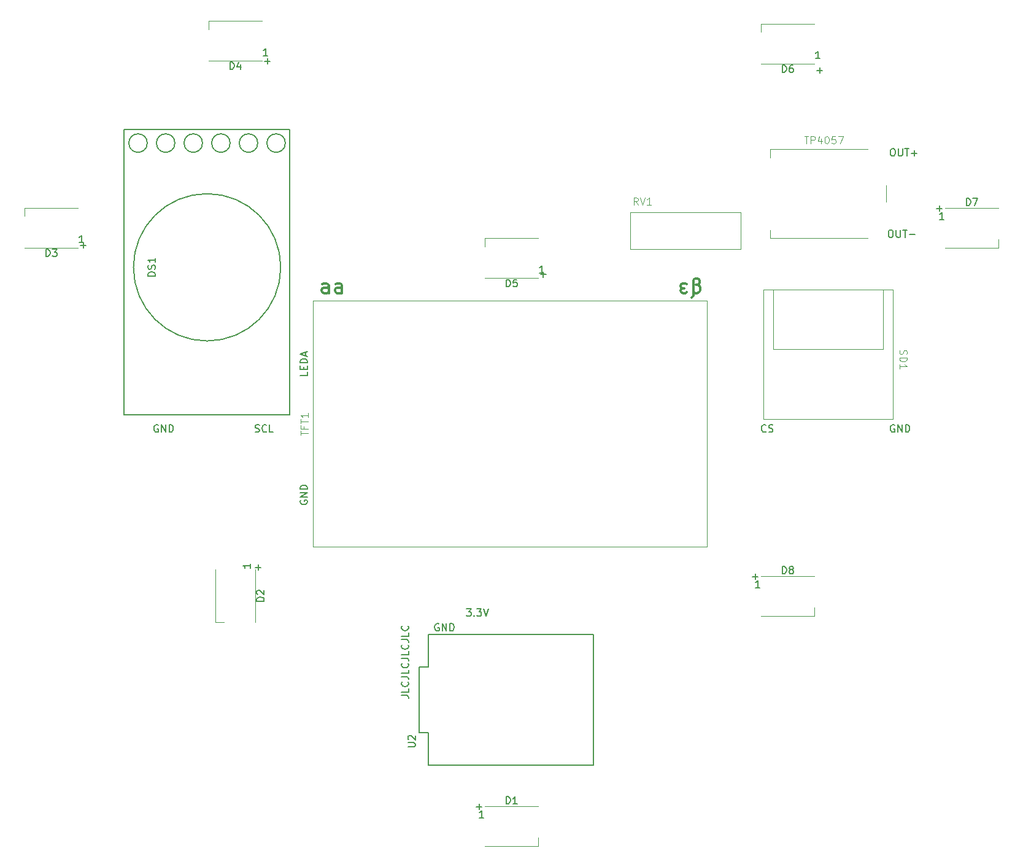
<source format=gbr>
%TF.GenerationSoftware,KiCad,Pcbnew,8.0.3*%
%TF.CreationDate,2024-07-21T14:24:04+02:00*%
%TF.ProjectId,eirini,65697269-6e69-42e6-9b69-6361645f7063,1.0*%
%TF.SameCoordinates,Original*%
%TF.FileFunction,Legend,Top*%
%TF.FilePolarity,Positive*%
%FSLAX46Y46*%
G04 Gerber Fmt 4.6, Leading zero omitted, Abs format (unit mm)*
G04 Created by KiCad (PCBNEW 8.0.3) date 2024-07-21 14:24:04*
%MOMM*%
%LPD*%
G01*
G04 APERTURE LIST*
%ADD10C,0.300000*%
%ADD11C,0.150000*%
%ADD12C,0.100000*%
%ADD13C,0.120000*%
%ADD14C,0.127000*%
%ADD15C,1.230000*%
%ADD16R,0.900000X1.500000*%
%ADD17R,1.500000X0.900000*%
%ADD18C,1.524000*%
%ADD19C,2.109000*%
%ADD20C,1.325926*%
%ADD21C,1.800000*%
G04 APERTURE END LIST*
D10*
X110084034Y-57492971D02*
X109893558Y-57588209D01*
X109893558Y-57588209D02*
X109798320Y-57778685D01*
X109798320Y-57778685D02*
X109798320Y-57873923D01*
X109798320Y-57873923D02*
X109893558Y-58064400D01*
X109893558Y-58064400D02*
X110084034Y-58159638D01*
X110084034Y-58159638D02*
X110464987Y-58159638D01*
X110464987Y-58159638D02*
X110655463Y-58064400D01*
X110274510Y-57492971D02*
X110084034Y-57492971D01*
X110084034Y-57492971D02*
X109893558Y-57397733D01*
X109893558Y-57397733D02*
X109798320Y-57207257D01*
X109798320Y-57207257D02*
X109798320Y-57112019D01*
X109798320Y-57112019D02*
X109893558Y-56921542D01*
X109893558Y-56921542D02*
X110084034Y-56826304D01*
X110084034Y-56826304D02*
X110464987Y-56826304D01*
X110464987Y-56826304D02*
X110655463Y-56921542D01*
X112084035Y-57016780D02*
X112274511Y-57112019D01*
X112274511Y-57112019D02*
X112369749Y-57207257D01*
X112369749Y-57207257D02*
X112464987Y-57397733D01*
X112464987Y-57397733D02*
X112464987Y-57778685D01*
X112464987Y-57778685D02*
X112369749Y-57969161D01*
X112369749Y-57969161D02*
X112274511Y-58064400D01*
X112274511Y-58064400D02*
X112084035Y-58159638D01*
X112084035Y-58159638D02*
X111798320Y-58159638D01*
X111798320Y-58159638D02*
X111607844Y-58064400D01*
X111607844Y-58064400D02*
X111512606Y-57969161D01*
X111322130Y-58826304D02*
X111417368Y-58731066D01*
X111417368Y-58731066D02*
X111512606Y-58540590D01*
X111512606Y-58540590D02*
X111512606Y-56445352D01*
X111512606Y-56445352D02*
X111607844Y-56254876D01*
X111607844Y-56254876D02*
X111798320Y-56159638D01*
X111798320Y-56159638D02*
X112084035Y-56159638D01*
X112084035Y-56159638D02*
X112274511Y-56254876D01*
X112274511Y-56254876D02*
X112369749Y-56445352D01*
X112369749Y-56445352D02*
X112369749Y-56731066D01*
X112369749Y-56731066D02*
X112274511Y-56921542D01*
X112274511Y-56921542D02*
X112084035Y-57016780D01*
X112084035Y-57016780D02*
X111893558Y-57016780D01*
D11*
X71259819Y-113677506D02*
X71974104Y-113677506D01*
X71974104Y-113677506D02*
X72116961Y-113725125D01*
X72116961Y-113725125D02*
X72212200Y-113820363D01*
X72212200Y-113820363D02*
X72259819Y-113963220D01*
X72259819Y-113963220D02*
X72259819Y-114058458D01*
X72259819Y-112725125D02*
X72259819Y-113201315D01*
X72259819Y-113201315D02*
X71259819Y-113201315D01*
X72164580Y-111820363D02*
X72212200Y-111867982D01*
X72212200Y-111867982D02*
X72259819Y-112010839D01*
X72259819Y-112010839D02*
X72259819Y-112106077D01*
X72259819Y-112106077D02*
X72212200Y-112248934D01*
X72212200Y-112248934D02*
X72116961Y-112344172D01*
X72116961Y-112344172D02*
X72021723Y-112391791D01*
X72021723Y-112391791D02*
X71831247Y-112439410D01*
X71831247Y-112439410D02*
X71688390Y-112439410D01*
X71688390Y-112439410D02*
X71497914Y-112391791D01*
X71497914Y-112391791D02*
X71402676Y-112344172D01*
X71402676Y-112344172D02*
X71307438Y-112248934D01*
X71307438Y-112248934D02*
X71259819Y-112106077D01*
X71259819Y-112106077D02*
X71259819Y-112010839D01*
X71259819Y-112010839D02*
X71307438Y-111867982D01*
X71307438Y-111867982D02*
X71355057Y-111820363D01*
X71259819Y-111106077D02*
X71974104Y-111106077D01*
X71974104Y-111106077D02*
X72116961Y-111153696D01*
X72116961Y-111153696D02*
X72212200Y-111248934D01*
X72212200Y-111248934D02*
X72259819Y-111391791D01*
X72259819Y-111391791D02*
X72259819Y-111487029D01*
X72259819Y-110153696D02*
X72259819Y-110629886D01*
X72259819Y-110629886D02*
X71259819Y-110629886D01*
X72164580Y-109248934D02*
X72212200Y-109296553D01*
X72212200Y-109296553D02*
X72259819Y-109439410D01*
X72259819Y-109439410D02*
X72259819Y-109534648D01*
X72259819Y-109534648D02*
X72212200Y-109677505D01*
X72212200Y-109677505D02*
X72116961Y-109772743D01*
X72116961Y-109772743D02*
X72021723Y-109820362D01*
X72021723Y-109820362D02*
X71831247Y-109867981D01*
X71831247Y-109867981D02*
X71688390Y-109867981D01*
X71688390Y-109867981D02*
X71497914Y-109820362D01*
X71497914Y-109820362D02*
X71402676Y-109772743D01*
X71402676Y-109772743D02*
X71307438Y-109677505D01*
X71307438Y-109677505D02*
X71259819Y-109534648D01*
X71259819Y-109534648D02*
X71259819Y-109439410D01*
X71259819Y-109439410D02*
X71307438Y-109296553D01*
X71307438Y-109296553D02*
X71355057Y-109248934D01*
X71259819Y-108534648D02*
X71974104Y-108534648D01*
X71974104Y-108534648D02*
X72116961Y-108582267D01*
X72116961Y-108582267D02*
X72212200Y-108677505D01*
X72212200Y-108677505D02*
X72259819Y-108820362D01*
X72259819Y-108820362D02*
X72259819Y-108915600D01*
X72259819Y-107582267D02*
X72259819Y-108058457D01*
X72259819Y-108058457D02*
X71259819Y-108058457D01*
X72164580Y-106677505D02*
X72212200Y-106725124D01*
X72212200Y-106725124D02*
X72259819Y-106867981D01*
X72259819Y-106867981D02*
X72259819Y-106963219D01*
X72259819Y-106963219D02*
X72212200Y-107106076D01*
X72212200Y-107106076D02*
X72116961Y-107201314D01*
X72116961Y-107201314D02*
X72021723Y-107248933D01*
X72021723Y-107248933D02*
X71831247Y-107296552D01*
X71831247Y-107296552D02*
X71688390Y-107296552D01*
X71688390Y-107296552D02*
X71497914Y-107248933D01*
X71497914Y-107248933D02*
X71402676Y-107201314D01*
X71402676Y-107201314D02*
X71307438Y-107106076D01*
X71307438Y-107106076D02*
X71259819Y-106963219D01*
X71259819Y-106963219D02*
X71259819Y-106867981D01*
X71259819Y-106867981D02*
X71307438Y-106725124D01*
X71307438Y-106725124D02*
X71355057Y-106677505D01*
X71259819Y-105963219D02*
X71974104Y-105963219D01*
X71974104Y-105963219D02*
X72116961Y-106010838D01*
X72116961Y-106010838D02*
X72212200Y-106106076D01*
X72212200Y-106106076D02*
X72259819Y-106248933D01*
X72259819Y-106248933D02*
X72259819Y-106344171D01*
X72259819Y-105010838D02*
X72259819Y-105487028D01*
X72259819Y-105487028D02*
X71259819Y-105487028D01*
X72164580Y-104106076D02*
X72212200Y-104153695D01*
X72212200Y-104153695D02*
X72259819Y-104296552D01*
X72259819Y-104296552D02*
X72259819Y-104391790D01*
X72259819Y-104391790D02*
X72212200Y-104534647D01*
X72212200Y-104534647D02*
X72116961Y-104629885D01*
X72116961Y-104629885D02*
X72021723Y-104677504D01*
X72021723Y-104677504D02*
X71831247Y-104725123D01*
X71831247Y-104725123D02*
X71688390Y-104725123D01*
X71688390Y-104725123D02*
X71497914Y-104677504D01*
X71497914Y-104677504D02*
X71402676Y-104629885D01*
X71402676Y-104629885D02*
X71307438Y-104534647D01*
X71307438Y-104534647D02*
X71259819Y-104391790D01*
X71259819Y-104391790D02*
X71259819Y-104296552D01*
X71259819Y-104296552D02*
X71307438Y-104153695D01*
X71307438Y-104153695D02*
X71355057Y-104106076D01*
X90436779Y-55578866D02*
X91198684Y-55578866D01*
X90817731Y-55959819D02*
X90817731Y-55197914D01*
X51136779Y-96008866D02*
X51898684Y-96008866D01*
X51517731Y-96389819D02*
X51517731Y-95627914D01*
X128606779Y-27428866D02*
X129368684Y-27428866D01*
X128987731Y-27809819D02*
X128987731Y-27047914D01*
X138957255Y-38239819D02*
X139147731Y-38239819D01*
X139147731Y-38239819D02*
X139242969Y-38287438D01*
X139242969Y-38287438D02*
X139338207Y-38382676D01*
X139338207Y-38382676D02*
X139385826Y-38573152D01*
X139385826Y-38573152D02*
X139385826Y-38906485D01*
X139385826Y-38906485D02*
X139338207Y-39096961D01*
X139338207Y-39096961D02*
X139242969Y-39192200D01*
X139242969Y-39192200D02*
X139147731Y-39239819D01*
X139147731Y-39239819D02*
X138957255Y-39239819D01*
X138957255Y-39239819D02*
X138862017Y-39192200D01*
X138862017Y-39192200D02*
X138766779Y-39096961D01*
X138766779Y-39096961D02*
X138719160Y-38906485D01*
X138719160Y-38906485D02*
X138719160Y-38573152D01*
X138719160Y-38573152D02*
X138766779Y-38382676D01*
X138766779Y-38382676D02*
X138862017Y-38287438D01*
X138862017Y-38287438D02*
X138957255Y-38239819D01*
X139814398Y-38239819D02*
X139814398Y-39049342D01*
X139814398Y-39049342D02*
X139862017Y-39144580D01*
X139862017Y-39144580D02*
X139909636Y-39192200D01*
X139909636Y-39192200D02*
X140004874Y-39239819D01*
X140004874Y-39239819D02*
X140195350Y-39239819D01*
X140195350Y-39239819D02*
X140290588Y-39192200D01*
X140290588Y-39192200D02*
X140338207Y-39144580D01*
X140338207Y-39144580D02*
X140385826Y-39049342D01*
X140385826Y-39049342D02*
X140385826Y-38239819D01*
X140719160Y-38239819D02*
X141290588Y-38239819D01*
X141004874Y-39239819D02*
X141004874Y-38239819D01*
X141623922Y-38858866D02*
X142385827Y-38858866D01*
X142004874Y-39239819D02*
X142004874Y-38477914D01*
X27006779Y-51558866D02*
X27768684Y-51558866D01*
X27387731Y-51939819D02*
X27387731Y-51177914D01*
X76425588Y-103819438D02*
X76330350Y-103771819D01*
X76330350Y-103771819D02*
X76187493Y-103771819D01*
X76187493Y-103771819D02*
X76044636Y-103819438D01*
X76044636Y-103819438D02*
X75949398Y-103914676D01*
X75949398Y-103914676D02*
X75901779Y-104009914D01*
X75901779Y-104009914D02*
X75854160Y-104200390D01*
X75854160Y-104200390D02*
X75854160Y-104343247D01*
X75854160Y-104343247D02*
X75901779Y-104533723D01*
X75901779Y-104533723D02*
X75949398Y-104628961D01*
X75949398Y-104628961D02*
X76044636Y-104724200D01*
X76044636Y-104724200D02*
X76187493Y-104771819D01*
X76187493Y-104771819D02*
X76282731Y-104771819D01*
X76282731Y-104771819D02*
X76425588Y-104724200D01*
X76425588Y-104724200D02*
X76473207Y-104676580D01*
X76473207Y-104676580D02*
X76473207Y-104343247D01*
X76473207Y-104343247D02*
X76282731Y-104343247D01*
X76901779Y-104771819D02*
X76901779Y-103771819D01*
X76901779Y-103771819D02*
X77473207Y-104771819D01*
X77473207Y-104771819D02*
X77473207Y-103771819D01*
X77949398Y-104771819D02*
X77949398Y-103771819D01*
X77949398Y-103771819D02*
X78187493Y-103771819D01*
X78187493Y-103771819D02*
X78330350Y-103819438D01*
X78330350Y-103819438D02*
X78425588Y-103914676D01*
X78425588Y-103914676D02*
X78473207Y-104009914D01*
X78473207Y-104009914D02*
X78520826Y-104200390D01*
X78520826Y-104200390D02*
X78520826Y-104343247D01*
X78520826Y-104343247D02*
X78473207Y-104533723D01*
X78473207Y-104533723D02*
X78425588Y-104628961D01*
X78425588Y-104628961D02*
X78330350Y-104724200D01*
X78330350Y-104724200D02*
X78187493Y-104771819D01*
X78187493Y-104771819D02*
X77949398Y-104771819D01*
X139290588Y-76387438D02*
X139195350Y-76339819D01*
X139195350Y-76339819D02*
X139052493Y-76339819D01*
X139052493Y-76339819D02*
X138909636Y-76387438D01*
X138909636Y-76387438D02*
X138814398Y-76482676D01*
X138814398Y-76482676D02*
X138766779Y-76577914D01*
X138766779Y-76577914D02*
X138719160Y-76768390D01*
X138719160Y-76768390D02*
X138719160Y-76911247D01*
X138719160Y-76911247D02*
X138766779Y-77101723D01*
X138766779Y-77101723D02*
X138814398Y-77196961D01*
X138814398Y-77196961D02*
X138909636Y-77292200D01*
X138909636Y-77292200D02*
X139052493Y-77339819D01*
X139052493Y-77339819D02*
X139147731Y-77339819D01*
X139147731Y-77339819D02*
X139290588Y-77292200D01*
X139290588Y-77292200D02*
X139338207Y-77244580D01*
X139338207Y-77244580D02*
X139338207Y-76911247D01*
X139338207Y-76911247D02*
X139147731Y-76911247D01*
X139766779Y-77339819D02*
X139766779Y-76339819D01*
X139766779Y-76339819D02*
X140338207Y-77339819D01*
X140338207Y-77339819D02*
X140338207Y-76339819D01*
X140814398Y-77339819D02*
X140814398Y-76339819D01*
X140814398Y-76339819D02*
X141052493Y-76339819D01*
X141052493Y-76339819D02*
X141195350Y-76387438D01*
X141195350Y-76387438D02*
X141290588Y-76482676D01*
X141290588Y-76482676D02*
X141338207Y-76577914D01*
X141338207Y-76577914D02*
X141385826Y-76768390D01*
X141385826Y-76768390D02*
X141385826Y-76911247D01*
X141385826Y-76911247D02*
X141338207Y-77101723D01*
X141338207Y-77101723D02*
X141290588Y-77196961D01*
X141290588Y-77196961D02*
X141195350Y-77292200D01*
X141195350Y-77292200D02*
X141052493Y-77339819D01*
X141052493Y-77339819D02*
X140814398Y-77339819D01*
D10*
X61220701Y-58159638D02*
X61220701Y-57112019D01*
X61220701Y-57112019D02*
X61125463Y-56921542D01*
X61125463Y-56921542D02*
X60934987Y-56826304D01*
X60934987Y-56826304D02*
X60554034Y-56826304D01*
X60554034Y-56826304D02*
X60363558Y-56921542D01*
X61220701Y-58064400D02*
X61030225Y-58159638D01*
X61030225Y-58159638D02*
X60554034Y-58159638D01*
X60554034Y-58159638D02*
X60363558Y-58064400D01*
X60363558Y-58064400D02*
X60268320Y-57873923D01*
X60268320Y-57873923D02*
X60268320Y-57683447D01*
X60268320Y-57683447D02*
X60363558Y-57492971D01*
X60363558Y-57492971D02*
X60554034Y-57397733D01*
X60554034Y-57397733D02*
X61030225Y-57397733D01*
X61030225Y-57397733D02*
X61220701Y-57302495D01*
X63030225Y-58159638D02*
X63030225Y-57112019D01*
X63030225Y-57112019D02*
X62934987Y-56921542D01*
X62934987Y-56921542D02*
X62744511Y-56826304D01*
X62744511Y-56826304D02*
X62363558Y-56826304D01*
X62363558Y-56826304D02*
X62173082Y-56921542D01*
X63030225Y-58064400D02*
X62839749Y-58159638D01*
X62839749Y-58159638D02*
X62363558Y-58159638D01*
X62363558Y-58159638D02*
X62173082Y-58064400D01*
X62173082Y-58064400D02*
X62077844Y-57873923D01*
X62077844Y-57873923D02*
X62077844Y-57683447D01*
X62077844Y-57683447D02*
X62173082Y-57492971D01*
X62173082Y-57492971D02*
X62363558Y-57397733D01*
X62363558Y-57397733D02*
X62839749Y-57397733D01*
X62839749Y-57397733D02*
X63030225Y-57302495D01*
D11*
X52406779Y-26158866D02*
X53168684Y-26158866D01*
X52787731Y-26539819D02*
X52787731Y-25777914D01*
X57337438Y-86769411D02*
X57289819Y-86864649D01*
X57289819Y-86864649D02*
X57289819Y-87007506D01*
X57289819Y-87007506D02*
X57337438Y-87150363D01*
X57337438Y-87150363D02*
X57432676Y-87245601D01*
X57432676Y-87245601D02*
X57527914Y-87293220D01*
X57527914Y-87293220D02*
X57718390Y-87340839D01*
X57718390Y-87340839D02*
X57861247Y-87340839D01*
X57861247Y-87340839D02*
X58051723Y-87293220D01*
X58051723Y-87293220D02*
X58146961Y-87245601D01*
X58146961Y-87245601D02*
X58242200Y-87150363D01*
X58242200Y-87150363D02*
X58289819Y-87007506D01*
X58289819Y-87007506D02*
X58289819Y-86912268D01*
X58289819Y-86912268D02*
X58242200Y-86769411D01*
X58242200Y-86769411D02*
X58194580Y-86721792D01*
X58194580Y-86721792D02*
X57861247Y-86721792D01*
X57861247Y-86721792D02*
X57861247Y-86912268D01*
X58289819Y-86293220D02*
X57289819Y-86293220D01*
X57289819Y-86293220D02*
X58289819Y-85721792D01*
X58289819Y-85721792D02*
X57289819Y-85721792D01*
X58289819Y-85245601D02*
X57289819Y-85245601D01*
X57289819Y-85245601D02*
X57289819Y-85007506D01*
X57289819Y-85007506D02*
X57337438Y-84864649D01*
X57337438Y-84864649D02*
X57432676Y-84769411D01*
X57432676Y-84769411D02*
X57527914Y-84721792D01*
X57527914Y-84721792D02*
X57718390Y-84674173D01*
X57718390Y-84674173D02*
X57861247Y-84674173D01*
X57861247Y-84674173D02*
X58051723Y-84721792D01*
X58051723Y-84721792D02*
X58146961Y-84769411D01*
X58146961Y-84769411D02*
X58242200Y-84864649D01*
X58242200Y-84864649D02*
X58289819Y-85007506D01*
X58289819Y-85007506D02*
X58289819Y-85245601D01*
X121558207Y-77244580D02*
X121510588Y-77292200D01*
X121510588Y-77292200D02*
X121367731Y-77339819D01*
X121367731Y-77339819D02*
X121272493Y-77339819D01*
X121272493Y-77339819D02*
X121129636Y-77292200D01*
X121129636Y-77292200D02*
X121034398Y-77196961D01*
X121034398Y-77196961D02*
X120986779Y-77101723D01*
X120986779Y-77101723D02*
X120939160Y-76911247D01*
X120939160Y-76911247D02*
X120939160Y-76768390D01*
X120939160Y-76768390D02*
X120986779Y-76577914D01*
X120986779Y-76577914D02*
X121034398Y-76482676D01*
X121034398Y-76482676D02*
X121129636Y-76387438D01*
X121129636Y-76387438D02*
X121272493Y-76339819D01*
X121272493Y-76339819D02*
X121367731Y-76339819D01*
X121367731Y-76339819D02*
X121510588Y-76387438D01*
X121510588Y-76387438D02*
X121558207Y-76435057D01*
X121939160Y-77292200D02*
X122082017Y-77339819D01*
X122082017Y-77339819D02*
X122320112Y-77339819D01*
X122320112Y-77339819D02*
X122415350Y-77292200D01*
X122415350Y-77292200D02*
X122462969Y-77244580D01*
X122462969Y-77244580D02*
X122510588Y-77149342D01*
X122510588Y-77149342D02*
X122510588Y-77054104D01*
X122510588Y-77054104D02*
X122462969Y-76958866D01*
X122462969Y-76958866D02*
X122415350Y-76911247D01*
X122415350Y-76911247D02*
X122320112Y-76863628D01*
X122320112Y-76863628D02*
X122129636Y-76816009D01*
X122129636Y-76816009D02*
X122034398Y-76768390D01*
X122034398Y-76768390D02*
X121986779Y-76720771D01*
X121986779Y-76720771D02*
X121939160Y-76625533D01*
X121939160Y-76625533D02*
X121939160Y-76530295D01*
X121939160Y-76530295D02*
X121986779Y-76435057D01*
X121986779Y-76435057D02*
X122034398Y-76387438D01*
X122034398Y-76387438D02*
X122129636Y-76339819D01*
X122129636Y-76339819D02*
X122367731Y-76339819D01*
X122367731Y-76339819D02*
X122510588Y-76387438D01*
X58289819Y-69037030D02*
X58289819Y-69513220D01*
X58289819Y-69513220D02*
X57289819Y-69513220D01*
X57766009Y-68703696D02*
X57766009Y-68370363D01*
X58289819Y-68227506D02*
X58289819Y-68703696D01*
X58289819Y-68703696D02*
X57289819Y-68703696D01*
X57289819Y-68703696D02*
X57289819Y-68227506D01*
X58289819Y-67798934D02*
X57289819Y-67798934D01*
X57289819Y-67798934D02*
X57289819Y-67560839D01*
X57289819Y-67560839D02*
X57337438Y-67417982D01*
X57337438Y-67417982D02*
X57432676Y-67322744D01*
X57432676Y-67322744D02*
X57527914Y-67275125D01*
X57527914Y-67275125D02*
X57718390Y-67227506D01*
X57718390Y-67227506D02*
X57861247Y-67227506D01*
X57861247Y-67227506D02*
X58051723Y-67275125D01*
X58051723Y-67275125D02*
X58146961Y-67322744D01*
X58146961Y-67322744D02*
X58242200Y-67417982D01*
X58242200Y-67417982D02*
X58289819Y-67560839D01*
X58289819Y-67560839D02*
X58289819Y-67798934D01*
X58004104Y-66846553D02*
X58004104Y-66370363D01*
X58289819Y-66941791D02*
X57289819Y-66608458D01*
X57289819Y-66608458D02*
X58289819Y-66275125D01*
X119716779Y-97278866D02*
X120478684Y-97278866D01*
X120097731Y-97659819D02*
X120097731Y-96897914D01*
X138677255Y-49469819D02*
X138867731Y-49469819D01*
X138867731Y-49469819D02*
X138962969Y-49517438D01*
X138962969Y-49517438D02*
X139058207Y-49612676D01*
X139058207Y-49612676D02*
X139105826Y-49803152D01*
X139105826Y-49803152D02*
X139105826Y-50136485D01*
X139105826Y-50136485D02*
X139058207Y-50326961D01*
X139058207Y-50326961D02*
X138962969Y-50422200D01*
X138962969Y-50422200D02*
X138867731Y-50469819D01*
X138867731Y-50469819D02*
X138677255Y-50469819D01*
X138677255Y-50469819D02*
X138582017Y-50422200D01*
X138582017Y-50422200D02*
X138486779Y-50326961D01*
X138486779Y-50326961D02*
X138439160Y-50136485D01*
X138439160Y-50136485D02*
X138439160Y-49803152D01*
X138439160Y-49803152D02*
X138486779Y-49612676D01*
X138486779Y-49612676D02*
X138582017Y-49517438D01*
X138582017Y-49517438D02*
X138677255Y-49469819D01*
X139534398Y-49469819D02*
X139534398Y-50279342D01*
X139534398Y-50279342D02*
X139582017Y-50374580D01*
X139582017Y-50374580D02*
X139629636Y-50422200D01*
X139629636Y-50422200D02*
X139724874Y-50469819D01*
X139724874Y-50469819D02*
X139915350Y-50469819D01*
X139915350Y-50469819D02*
X140010588Y-50422200D01*
X140010588Y-50422200D02*
X140058207Y-50374580D01*
X140058207Y-50374580D02*
X140105826Y-50279342D01*
X140105826Y-50279342D02*
X140105826Y-49469819D01*
X140439160Y-49469819D02*
X141010588Y-49469819D01*
X140724874Y-50469819D02*
X140724874Y-49469819D01*
X141343922Y-50088866D02*
X142105827Y-50088866D01*
X51089160Y-77292200D02*
X51232017Y-77339819D01*
X51232017Y-77339819D02*
X51470112Y-77339819D01*
X51470112Y-77339819D02*
X51565350Y-77292200D01*
X51565350Y-77292200D02*
X51612969Y-77244580D01*
X51612969Y-77244580D02*
X51660588Y-77149342D01*
X51660588Y-77149342D02*
X51660588Y-77054104D01*
X51660588Y-77054104D02*
X51612969Y-76958866D01*
X51612969Y-76958866D02*
X51565350Y-76911247D01*
X51565350Y-76911247D02*
X51470112Y-76863628D01*
X51470112Y-76863628D02*
X51279636Y-76816009D01*
X51279636Y-76816009D02*
X51184398Y-76768390D01*
X51184398Y-76768390D02*
X51136779Y-76720771D01*
X51136779Y-76720771D02*
X51089160Y-76625533D01*
X51089160Y-76625533D02*
X51089160Y-76530295D01*
X51089160Y-76530295D02*
X51136779Y-76435057D01*
X51136779Y-76435057D02*
X51184398Y-76387438D01*
X51184398Y-76387438D02*
X51279636Y-76339819D01*
X51279636Y-76339819D02*
X51517731Y-76339819D01*
X51517731Y-76339819D02*
X51660588Y-76387438D01*
X52660588Y-77244580D02*
X52612969Y-77292200D01*
X52612969Y-77292200D02*
X52470112Y-77339819D01*
X52470112Y-77339819D02*
X52374874Y-77339819D01*
X52374874Y-77339819D02*
X52232017Y-77292200D01*
X52232017Y-77292200D02*
X52136779Y-77196961D01*
X52136779Y-77196961D02*
X52089160Y-77101723D01*
X52089160Y-77101723D02*
X52041541Y-76911247D01*
X52041541Y-76911247D02*
X52041541Y-76768390D01*
X52041541Y-76768390D02*
X52089160Y-76577914D01*
X52089160Y-76577914D02*
X52136779Y-76482676D01*
X52136779Y-76482676D02*
X52232017Y-76387438D01*
X52232017Y-76387438D02*
X52374874Y-76339819D01*
X52374874Y-76339819D02*
X52470112Y-76339819D01*
X52470112Y-76339819D02*
X52612969Y-76387438D01*
X52612969Y-76387438D02*
X52660588Y-76435057D01*
X53565350Y-77339819D02*
X53089160Y-77339819D01*
X53089160Y-77339819D02*
X53089160Y-76339819D01*
X145116779Y-46478866D02*
X145878684Y-46478866D01*
X145497731Y-46859819D02*
X145497731Y-46097914D01*
X81616779Y-129028866D02*
X82378684Y-129028866D01*
X81997731Y-129409819D02*
X81997731Y-128647914D01*
X37690588Y-76387438D02*
X37595350Y-76339819D01*
X37595350Y-76339819D02*
X37452493Y-76339819D01*
X37452493Y-76339819D02*
X37309636Y-76387438D01*
X37309636Y-76387438D02*
X37214398Y-76482676D01*
X37214398Y-76482676D02*
X37166779Y-76577914D01*
X37166779Y-76577914D02*
X37119160Y-76768390D01*
X37119160Y-76768390D02*
X37119160Y-76911247D01*
X37119160Y-76911247D02*
X37166779Y-77101723D01*
X37166779Y-77101723D02*
X37214398Y-77196961D01*
X37214398Y-77196961D02*
X37309636Y-77292200D01*
X37309636Y-77292200D02*
X37452493Y-77339819D01*
X37452493Y-77339819D02*
X37547731Y-77339819D01*
X37547731Y-77339819D02*
X37690588Y-77292200D01*
X37690588Y-77292200D02*
X37738207Y-77244580D01*
X37738207Y-77244580D02*
X37738207Y-76911247D01*
X37738207Y-76911247D02*
X37547731Y-76911247D01*
X38166779Y-77339819D02*
X38166779Y-76339819D01*
X38166779Y-76339819D02*
X38738207Y-77339819D01*
X38738207Y-77339819D02*
X38738207Y-76339819D01*
X39214398Y-77339819D02*
X39214398Y-76339819D01*
X39214398Y-76339819D02*
X39452493Y-76339819D01*
X39452493Y-76339819D02*
X39595350Y-76387438D01*
X39595350Y-76387438D02*
X39690588Y-76482676D01*
X39690588Y-76482676D02*
X39738207Y-76577914D01*
X39738207Y-76577914D02*
X39785826Y-76768390D01*
X39785826Y-76768390D02*
X39785826Y-76911247D01*
X39785826Y-76911247D02*
X39738207Y-77101723D01*
X39738207Y-77101723D02*
X39690588Y-77196961D01*
X39690588Y-77196961D02*
X39595350Y-77292200D01*
X39595350Y-77292200D02*
X39452493Y-77339819D01*
X39452493Y-77339819D02*
X39214398Y-77339819D01*
X80251541Y-101739819D02*
X80870588Y-101739819D01*
X80870588Y-101739819D02*
X80537255Y-102120771D01*
X80537255Y-102120771D02*
X80680112Y-102120771D01*
X80680112Y-102120771D02*
X80775350Y-102168390D01*
X80775350Y-102168390D02*
X80822969Y-102216009D01*
X80822969Y-102216009D02*
X80870588Y-102311247D01*
X80870588Y-102311247D02*
X80870588Y-102549342D01*
X80870588Y-102549342D02*
X80822969Y-102644580D01*
X80822969Y-102644580D02*
X80775350Y-102692200D01*
X80775350Y-102692200D02*
X80680112Y-102739819D01*
X80680112Y-102739819D02*
X80394398Y-102739819D01*
X80394398Y-102739819D02*
X80299160Y-102692200D01*
X80299160Y-102692200D02*
X80251541Y-102644580D01*
X81299160Y-102644580D02*
X81346779Y-102692200D01*
X81346779Y-102692200D02*
X81299160Y-102739819D01*
X81299160Y-102739819D02*
X81251541Y-102692200D01*
X81251541Y-102692200D02*
X81299160Y-102644580D01*
X81299160Y-102644580D02*
X81299160Y-102739819D01*
X81680112Y-101739819D02*
X82299159Y-101739819D01*
X82299159Y-101739819D02*
X81965826Y-102120771D01*
X81965826Y-102120771D02*
X82108683Y-102120771D01*
X82108683Y-102120771D02*
X82203921Y-102168390D01*
X82203921Y-102168390D02*
X82251540Y-102216009D01*
X82251540Y-102216009D02*
X82299159Y-102311247D01*
X82299159Y-102311247D02*
X82299159Y-102549342D01*
X82299159Y-102549342D02*
X82251540Y-102644580D01*
X82251540Y-102644580D02*
X82203921Y-102692200D01*
X82203921Y-102692200D02*
X82108683Y-102739819D01*
X82108683Y-102739819D02*
X81822969Y-102739819D01*
X81822969Y-102739819D02*
X81727731Y-102692200D01*
X81727731Y-102692200D02*
X81680112Y-102644580D01*
X82584874Y-101739819D02*
X82918207Y-102739819D01*
X82918207Y-102739819D02*
X83251540Y-101739819D01*
D12*
X126849524Y-36527419D02*
X127420952Y-36527419D01*
X127135238Y-37527419D02*
X127135238Y-36527419D01*
X127754286Y-37527419D02*
X127754286Y-36527419D01*
X127754286Y-36527419D02*
X128135238Y-36527419D01*
X128135238Y-36527419D02*
X128230476Y-36575038D01*
X128230476Y-36575038D02*
X128278095Y-36622657D01*
X128278095Y-36622657D02*
X128325714Y-36717895D01*
X128325714Y-36717895D02*
X128325714Y-36860752D01*
X128325714Y-36860752D02*
X128278095Y-36955990D01*
X128278095Y-36955990D02*
X128230476Y-37003609D01*
X128230476Y-37003609D02*
X128135238Y-37051228D01*
X128135238Y-37051228D02*
X127754286Y-37051228D01*
X129182857Y-36860752D02*
X129182857Y-37527419D01*
X128944762Y-36479800D02*
X128706667Y-37194085D01*
X128706667Y-37194085D02*
X129325714Y-37194085D01*
X129897143Y-36527419D02*
X129992381Y-36527419D01*
X129992381Y-36527419D02*
X130087619Y-36575038D01*
X130087619Y-36575038D02*
X130135238Y-36622657D01*
X130135238Y-36622657D02*
X130182857Y-36717895D01*
X130182857Y-36717895D02*
X130230476Y-36908371D01*
X130230476Y-36908371D02*
X130230476Y-37146466D01*
X130230476Y-37146466D02*
X130182857Y-37336942D01*
X130182857Y-37336942D02*
X130135238Y-37432180D01*
X130135238Y-37432180D02*
X130087619Y-37479800D01*
X130087619Y-37479800D02*
X129992381Y-37527419D01*
X129992381Y-37527419D02*
X129897143Y-37527419D01*
X129897143Y-37527419D02*
X129801905Y-37479800D01*
X129801905Y-37479800D02*
X129754286Y-37432180D01*
X129754286Y-37432180D02*
X129706667Y-37336942D01*
X129706667Y-37336942D02*
X129659048Y-37146466D01*
X129659048Y-37146466D02*
X129659048Y-36908371D01*
X129659048Y-36908371D02*
X129706667Y-36717895D01*
X129706667Y-36717895D02*
X129754286Y-36622657D01*
X129754286Y-36622657D02*
X129801905Y-36575038D01*
X129801905Y-36575038D02*
X129897143Y-36527419D01*
X131135238Y-36527419D02*
X130659048Y-36527419D01*
X130659048Y-36527419D02*
X130611429Y-37003609D01*
X130611429Y-37003609D02*
X130659048Y-36955990D01*
X130659048Y-36955990D02*
X130754286Y-36908371D01*
X130754286Y-36908371D02*
X130992381Y-36908371D01*
X130992381Y-36908371D02*
X131087619Y-36955990D01*
X131087619Y-36955990D02*
X131135238Y-37003609D01*
X131135238Y-37003609D02*
X131182857Y-37098847D01*
X131182857Y-37098847D02*
X131182857Y-37336942D01*
X131182857Y-37336942D02*
X131135238Y-37432180D01*
X131135238Y-37432180D02*
X131087619Y-37479800D01*
X131087619Y-37479800D02*
X130992381Y-37527419D01*
X130992381Y-37527419D02*
X130754286Y-37527419D01*
X130754286Y-37527419D02*
X130659048Y-37479800D01*
X130659048Y-37479800D02*
X130611429Y-37432180D01*
X131516191Y-36527419D02*
X132182857Y-36527419D01*
X132182857Y-36527419D02*
X131754286Y-37527419D01*
D11*
X52304819Y-100688094D02*
X51304819Y-100688094D01*
X51304819Y-100688094D02*
X51304819Y-100449999D01*
X51304819Y-100449999D02*
X51352438Y-100307142D01*
X51352438Y-100307142D02*
X51447676Y-100211904D01*
X51447676Y-100211904D02*
X51542914Y-100164285D01*
X51542914Y-100164285D02*
X51733390Y-100116666D01*
X51733390Y-100116666D02*
X51876247Y-100116666D01*
X51876247Y-100116666D02*
X52066723Y-100164285D01*
X52066723Y-100164285D02*
X52161961Y-100211904D01*
X52161961Y-100211904D02*
X52257200Y-100307142D01*
X52257200Y-100307142D02*
X52304819Y-100449999D01*
X52304819Y-100449999D02*
X52304819Y-100688094D01*
X51400057Y-99735713D02*
X51352438Y-99688094D01*
X51352438Y-99688094D02*
X51304819Y-99592856D01*
X51304819Y-99592856D02*
X51304819Y-99354761D01*
X51304819Y-99354761D02*
X51352438Y-99259523D01*
X51352438Y-99259523D02*
X51400057Y-99211904D01*
X51400057Y-99211904D02*
X51495295Y-99164285D01*
X51495295Y-99164285D02*
X51590533Y-99164285D01*
X51590533Y-99164285D02*
X51733390Y-99211904D01*
X51733390Y-99211904D02*
X52304819Y-99783332D01*
X52304819Y-99783332D02*
X52304819Y-99164285D01*
X50404819Y-95514285D02*
X50404819Y-96085713D01*
X50404819Y-95799999D02*
X49404819Y-95799999D01*
X49404819Y-95799999D02*
X49547676Y-95895237D01*
X49547676Y-95895237D02*
X49642914Y-95990475D01*
X49642914Y-95990475D02*
X49690533Y-96085713D01*
X85711905Y-128654819D02*
X85711905Y-127654819D01*
X85711905Y-127654819D02*
X85950000Y-127654819D01*
X85950000Y-127654819D02*
X86092857Y-127702438D01*
X86092857Y-127702438D02*
X86188095Y-127797676D01*
X86188095Y-127797676D02*
X86235714Y-127892914D01*
X86235714Y-127892914D02*
X86283333Y-128083390D01*
X86283333Y-128083390D02*
X86283333Y-128226247D01*
X86283333Y-128226247D02*
X86235714Y-128416723D01*
X86235714Y-128416723D02*
X86188095Y-128511961D01*
X86188095Y-128511961D02*
X86092857Y-128607200D01*
X86092857Y-128607200D02*
X85950000Y-128654819D01*
X85950000Y-128654819D02*
X85711905Y-128654819D01*
X87235714Y-128654819D02*
X86664286Y-128654819D01*
X86950000Y-128654819D02*
X86950000Y-127654819D01*
X86950000Y-127654819D02*
X86854762Y-127797676D01*
X86854762Y-127797676D02*
X86759524Y-127892914D01*
X86759524Y-127892914D02*
X86664286Y-127940533D01*
X82585714Y-130554819D02*
X82014286Y-130554819D01*
X82300000Y-130554819D02*
X82300000Y-129554819D01*
X82300000Y-129554819D02*
X82204762Y-129697676D01*
X82204762Y-129697676D02*
X82109524Y-129792914D01*
X82109524Y-129792914D02*
X82014286Y-129840533D01*
X85711905Y-57294819D02*
X85711905Y-56294819D01*
X85711905Y-56294819D02*
X85950000Y-56294819D01*
X85950000Y-56294819D02*
X86092857Y-56342438D01*
X86092857Y-56342438D02*
X86188095Y-56437676D01*
X86188095Y-56437676D02*
X86235714Y-56532914D01*
X86235714Y-56532914D02*
X86283333Y-56723390D01*
X86283333Y-56723390D02*
X86283333Y-56866247D01*
X86283333Y-56866247D02*
X86235714Y-57056723D01*
X86235714Y-57056723D02*
X86188095Y-57151961D01*
X86188095Y-57151961D02*
X86092857Y-57247200D01*
X86092857Y-57247200D02*
X85950000Y-57294819D01*
X85950000Y-57294819D02*
X85711905Y-57294819D01*
X87188095Y-56294819D02*
X86711905Y-56294819D01*
X86711905Y-56294819D02*
X86664286Y-56771009D01*
X86664286Y-56771009D02*
X86711905Y-56723390D01*
X86711905Y-56723390D02*
X86807143Y-56675771D01*
X86807143Y-56675771D02*
X87045238Y-56675771D01*
X87045238Y-56675771D02*
X87140476Y-56723390D01*
X87140476Y-56723390D02*
X87188095Y-56771009D01*
X87188095Y-56771009D02*
X87235714Y-56866247D01*
X87235714Y-56866247D02*
X87235714Y-57104342D01*
X87235714Y-57104342D02*
X87188095Y-57199580D01*
X87188095Y-57199580D02*
X87140476Y-57247200D01*
X87140476Y-57247200D02*
X87045238Y-57294819D01*
X87045238Y-57294819D02*
X86807143Y-57294819D01*
X86807143Y-57294819D02*
X86711905Y-57247200D01*
X86711905Y-57247200D02*
X86664286Y-57199580D01*
X90885714Y-55394819D02*
X90314286Y-55394819D01*
X90600000Y-55394819D02*
X90600000Y-54394819D01*
X90600000Y-54394819D02*
X90504762Y-54537676D01*
X90504762Y-54537676D02*
X90409524Y-54632914D01*
X90409524Y-54632914D02*
X90314286Y-54680533D01*
X123811905Y-96904819D02*
X123811905Y-95904819D01*
X123811905Y-95904819D02*
X124050000Y-95904819D01*
X124050000Y-95904819D02*
X124192857Y-95952438D01*
X124192857Y-95952438D02*
X124288095Y-96047676D01*
X124288095Y-96047676D02*
X124335714Y-96142914D01*
X124335714Y-96142914D02*
X124383333Y-96333390D01*
X124383333Y-96333390D02*
X124383333Y-96476247D01*
X124383333Y-96476247D02*
X124335714Y-96666723D01*
X124335714Y-96666723D02*
X124288095Y-96761961D01*
X124288095Y-96761961D02*
X124192857Y-96857200D01*
X124192857Y-96857200D02*
X124050000Y-96904819D01*
X124050000Y-96904819D02*
X123811905Y-96904819D01*
X124954762Y-96333390D02*
X124859524Y-96285771D01*
X124859524Y-96285771D02*
X124811905Y-96238152D01*
X124811905Y-96238152D02*
X124764286Y-96142914D01*
X124764286Y-96142914D02*
X124764286Y-96095295D01*
X124764286Y-96095295D02*
X124811905Y-96000057D01*
X124811905Y-96000057D02*
X124859524Y-95952438D01*
X124859524Y-95952438D02*
X124954762Y-95904819D01*
X124954762Y-95904819D02*
X125145238Y-95904819D01*
X125145238Y-95904819D02*
X125240476Y-95952438D01*
X125240476Y-95952438D02*
X125288095Y-96000057D01*
X125288095Y-96000057D02*
X125335714Y-96095295D01*
X125335714Y-96095295D02*
X125335714Y-96142914D01*
X125335714Y-96142914D02*
X125288095Y-96238152D01*
X125288095Y-96238152D02*
X125240476Y-96285771D01*
X125240476Y-96285771D02*
X125145238Y-96333390D01*
X125145238Y-96333390D02*
X124954762Y-96333390D01*
X124954762Y-96333390D02*
X124859524Y-96381009D01*
X124859524Y-96381009D02*
X124811905Y-96428628D01*
X124811905Y-96428628D02*
X124764286Y-96523866D01*
X124764286Y-96523866D02*
X124764286Y-96714342D01*
X124764286Y-96714342D02*
X124811905Y-96809580D01*
X124811905Y-96809580D02*
X124859524Y-96857200D01*
X124859524Y-96857200D02*
X124954762Y-96904819D01*
X124954762Y-96904819D02*
X125145238Y-96904819D01*
X125145238Y-96904819D02*
X125240476Y-96857200D01*
X125240476Y-96857200D02*
X125288095Y-96809580D01*
X125288095Y-96809580D02*
X125335714Y-96714342D01*
X125335714Y-96714342D02*
X125335714Y-96523866D01*
X125335714Y-96523866D02*
X125288095Y-96428628D01*
X125288095Y-96428628D02*
X125240476Y-96381009D01*
X125240476Y-96381009D02*
X125145238Y-96333390D01*
X120685714Y-98804819D02*
X120114286Y-98804819D01*
X120400000Y-98804819D02*
X120400000Y-97804819D01*
X120400000Y-97804819D02*
X120304762Y-97947676D01*
X120304762Y-97947676D02*
X120209524Y-98042914D01*
X120209524Y-98042914D02*
X120114286Y-98090533D01*
X37284819Y-55824285D02*
X36284819Y-55824285D01*
X36284819Y-55824285D02*
X36284819Y-55586190D01*
X36284819Y-55586190D02*
X36332438Y-55443333D01*
X36332438Y-55443333D02*
X36427676Y-55348095D01*
X36427676Y-55348095D02*
X36522914Y-55300476D01*
X36522914Y-55300476D02*
X36713390Y-55252857D01*
X36713390Y-55252857D02*
X36856247Y-55252857D01*
X36856247Y-55252857D02*
X37046723Y-55300476D01*
X37046723Y-55300476D02*
X37141961Y-55348095D01*
X37141961Y-55348095D02*
X37237200Y-55443333D01*
X37237200Y-55443333D02*
X37284819Y-55586190D01*
X37284819Y-55586190D02*
X37284819Y-55824285D01*
X37237200Y-54871904D02*
X37284819Y-54729047D01*
X37284819Y-54729047D02*
X37284819Y-54490952D01*
X37284819Y-54490952D02*
X37237200Y-54395714D01*
X37237200Y-54395714D02*
X37189580Y-54348095D01*
X37189580Y-54348095D02*
X37094342Y-54300476D01*
X37094342Y-54300476D02*
X36999104Y-54300476D01*
X36999104Y-54300476D02*
X36903866Y-54348095D01*
X36903866Y-54348095D02*
X36856247Y-54395714D01*
X36856247Y-54395714D02*
X36808628Y-54490952D01*
X36808628Y-54490952D02*
X36761009Y-54681428D01*
X36761009Y-54681428D02*
X36713390Y-54776666D01*
X36713390Y-54776666D02*
X36665771Y-54824285D01*
X36665771Y-54824285D02*
X36570533Y-54871904D01*
X36570533Y-54871904D02*
X36475295Y-54871904D01*
X36475295Y-54871904D02*
X36380057Y-54824285D01*
X36380057Y-54824285D02*
X36332438Y-54776666D01*
X36332438Y-54776666D02*
X36284819Y-54681428D01*
X36284819Y-54681428D02*
X36284819Y-54443333D01*
X36284819Y-54443333D02*
X36332438Y-54300476D01*
X37284819Y-53348095D02*
X37284819Y-53919523D01*
X37284819Y-53633809D02*
X36284819Y-53633809D01*
X36284819Y-53633809D02*
X36427676Y-53729047D01*
X36427676Y-53729047D02*
X36522914Y-53824285D01*
X36522914Y-53824285D02*
X36570533Y-53919523D01*
X72162319Y-120776904D02*
X72971842Y-120776904D01*
X72971842Y-120776904D02*
X73067080Y-120729285D01*
X73067080Y-120729285D02*
X73114700Y-120681666D01*
X73114700Y-120681666D02*
X73162319Y-120586428D01*
X73162319Y-120586428D02*
X73162319Y-120395952D01*
X73162319Y-120395952D02*
X73114700Y-120300714D01*
X73114700Y-120300714D02*
X73067080Y-120253095D01*
X73067080Y-120253095D02*
X72971842Y-120205476D01*
X72971842Y-120205476D02*
X72162319Y-120205476D01*
X72257557Y-119776904D02*
X72209938Y-119729285D01*
X72209938Y-119729285D02*
X72162319Y-119634047D01*
X72162319Y-119634047D02*
X72162319Y-119395952D01*
X72162319Y-119395952D02*
X72209938Y-119300714D01*
X72209938Y-119300714D02*
X72257557Y-119253095D01*
X72257557Y-119253095D02*
X72352795Y-119205476D01*
X72352795Y-119205476D02*
X72448033Y-119205476D01*
X72448033Y-119205476D02*
X72590890Y-119253095D01*
X72590890Y-119253095D02*
X73162319Y-119824523D01*
X73162319Y-119824523D02*
X73162319Y-119205476D01*
X22211905Y-53104819D02*
X22211905Y-52104819D01*
X22211905Y-52104819D02*
X22450000Y-52104819D01*
X22450000Y-52104819D02*
X22592857Y-52152438D01*
X22592857Y-52152438D02*
X22688095Y-52247676D01*
X22688095Y-52247676D02*
X22735714Y-52342914D01*
X22735714Y-52342914D02*
X22783333Y-52533390D01*
X22783333Y-52533390D02*
X22783333Y-52676247D01*
X22783333Y-52676247D02*
X22735714Y-52866723D01*
X22735714Y-52866723D02*
X22688095Y-52961961D01*
X22688095Y-52961961D02*
X22592857Y-53057200D01*
X22592857Y-53057200D02*
X22450000Y-53104819D01*
X22450000Y-53104819D02*
X22211905Y-53104819D01*
X23116667Y-52104819D02*
X23735714Y-52104819D01*
X23735714Y-52104819D02*
X23402381Y-52485771D01*
X23402381Y-52485771D02*
X23545238Y-52485771D01*
X23545238Y-52485771D02*
X23640476Y-52533390D01*
X23640476Y-52533390D02*
X23688095Y-52581009D01*
X23688095Y-52581009D02*
X23735714Y-52676247D01*
X23735714Y-52676247D02*
X23735714Y-52914342D01*
X23735714Y-52914342D02*
X23688095Y-53009580D01*
X23688095Y-53009580D02*
X23640476Y-53057200D01*
X23640476Y-53057200D02*
X23545238Y-53104819D01*
X23545238Y-53104819D02*
X23259524Y-53104819D01*
X23259524Y-53104819D02*
X23164286Y-53057200D01*
X23164286Y-53057200D02*
X23116667Y-53009580D01*
X27385714Y-51204819D02*
X26814286Y-51204819D01*
X27100000Y-51204819D02*
X27100000Y-50204819D01*
X27100000Y-50204819D02*
X27004762Y-50347676D01*
X27004762Y-50347676D02*
X26909524Y-50442914D01*
X26909524Y-50442914D02*
X26814286Y-50490533D01*
X149211905Y-46104819D02*
X149211905Y-45104819D01*
X149211905Y-45104819D02*
X149450000Y-45104819D01*
X149450000Y-45104819D02*
X149592857Y-45152438D01*
X149592857Y-45152438D02*
X149688095Y-45247676D01*
X149688095Y-45247676D02*
X149735714Y-45342914D01*
X149735714Y-45342914D02*
X149783333Y-45533390D01*
X149783333Y-45533390D02*
X149783333Y-45676247D01*
X149783333Y-45676247D02*
X149735714Y-45866723D01*
X149735714Y-45866723D02*
X149688095Y-45961961D01*
X149688095Y-45961961D02*
X149592857Y-46057200D01*
X149592857Y-46057200D02*
X149450000Y-46104819D01*
X149450000Y-46104819D02*
X149211905Y-46104819D01*
X150116667Y-45104819D02*
X150783333Y-45104819D01*
X150783333Y-45104819D02*
X150354762Y-46104819D01*
X146085714Y-48004819D02*
X145514286Y-48004819D01*
X145800000Y-48004819D02*
X145800000Y-47004819D01*
X145800000Y-47004819D02*
X145704762Y-47147676D01*
X145704762Y-47147676D02*
X145609524Y-47242914D01*
X145609524Y-47242914D02*
X145514286Y-47290533D01*
X47611905Y-27304819D02*
X47611905Y-26304819D01*
X47611905Y-26304819D02*
X47850000Y-26304819D01*
X47850000Y-26304819D02*
X47992857Y-26352438D01*
X47992857Y-26352438D02*
X48088095Y-26447676D01*
X48088095Y-26447676D02*
X48135714Y-26542914D01*
X48135714Y-26542914D02*
X48183333Y-26733390D01*
X48183333Y-26733390D02*
X48183333Y-26876247D01*
X48183333Y-26876247D02*
X48135714Y-27066723D01*
X48135714Y-27066723D02*
X48088095Y-27161961D01*
X48088095Y-27161961D02*
X47992857Y-27257200D01*
X47992857Y-27257200D02*
X47850000Y-27304819D01*
X47850000Y-27304819D02*
X47611905Y-27304819D01*
X49040476Y-26638152D02*
X49040476Y-27304819D01*
X48802381Y-26257200D02*
X48564286Y-26971485D01*
X48564286Y-26971485D02*
X49183333Y-26971485D01*
X52785714Y-25404819D02*
X52214286Y-25404819D01*
X52500000Y-25404819D02*
X52500000Y-24404819D01*
X52500000Y-24404819D02*
X52404762Y-24547676D01*
X52404762Y-24547676D02*
X52309524Y-24642914D01*
X52309524Y-24642914D02*
X52214286Y-24690533D01*
D12*
X103894761Y-45987419D02*
X103561428Y-45511228D01*
X103323333Y-45987419D02*
X103323333Y-44987419D01*
X103323333Y-44987419D02*
X103704285Y-44987419D01*
X103704285Y-44987419D02*
X103799523Y-45035038D01*
X103799523Y-45035038D02*
X103847142Y-45082657D01*
X103847142Y-45082657D02*
X103894761Y-45177895D01*
X103894761Y-45177895D02*
X103894761Y-45320752D01*
X103894761Y-45320752D02*
X103847142Y-45415990D01*
X103847142Y-45415990D02*
X103799523Y-45463609D01*
X103799523Y-45463609D02*
X103704285Y-45511228D01*
X103704285Y-45511228D02*
X103323333Y-45511228D01*
X104180476Y-44987419D02*
X104513809Y-45987419D01*
X104513809Y-45987419D02*
X104847142Y-44987419D01*
X105704285Y-45987419D02*
X105132857Y-45987419D01*
X105418571Y-45987419D02*
X105418571Y-44987419D01*
X105418571Y-44987419D02*
X105323333Y-45130276D01*
X105323333Y-45130276D02*
X105228095Y-45225514D01*
X105228095Y-45225514D02*
X105132857Y-45273133D01*
D11*
X123811905Y-27704819D02*
X123811905Y-26704819D01*
X123811905Y-26704819D02*
X124050000Y-26704819D01*
X124050000Y-26704819D02*
X124192857Y-26752438D01*
X124192857Y-26752438D02*
X124288095Y-26847676D01*
X124288095Y-26847676D02*
X124335714Y-26942914D01*
X124335714Y-26942914D02*
X124383333Y-27133390D01*
X124383333Y-27133390D02*
X124383333Y-27276247D01*
X124383333Y-27276247D02*
X124335714Y-27466723D01*
X124335714Y-27466723D02*
X124288095Y-27561961D01*
X124288095Y-27561961D02*
X124192857Y-27657200D01*
X124192857Y-27657200D02*
X124050000Y-27704819D01*
X124050000Y-27704819D02*
X123811905Y-27704819D01*
X125240476Y-26704819D02*
X125050000Y-26704819D01*
X125050000Y-26704819D02*
X124954762Y-26752438D01*
X124954762Y-26752438D02*
X124907143Y-26800057D01*
X124907143Y-26800057D02*
X124811905Y-26942914D01*
X124811905Y-26942914D02*
X124764286Y-27133390D01*
X124764286Y-27133390D02*
X124764286Y-27514342D01*
X124764286Y-27514342D02*
X124811905Y-27609580D01*
X124811905Y-27609580D02*
X124859524Y-27657200D01*
X124859524Y-27657200D02*
X124954762Y-27704819D01*
X124954762Y-27704819D02*
X125145238Y-27704819D01*
X125145238Y-27704819D02*
X125240476Y-27657200D01*
X125240476Y-27657200D02*
X125288095Y-27609580D01*
X125288095Y-27609580D02*
X125335714Y-27514342D01*
X125335714Y-27514342D02*
X125335714Y-27276247D01*
X125335714Y-27276247D02*
X125288095Y-27181009D01*
X125288095Y-27181009D02*
X125240476Y-27133390D01*
X125240476Y-27133390D02*
X125145238Y-27085771D01*
X125145238Y-27085771D02*
X124954762Y-27085771D01*
X124954762Y-27085771D02*
X124859524Y-27133390D01*
X124859524Y-27133390D02*
X124811905Y-27181009D01*
X124811905Y-27181009D02*
X124764286Y-27276247D01*
X128985714Y-25804819D02*
X128414286Y-25804819D01*
X128700000Y-25804819D02*
X128700000Y-24804819D01*
X128700000Y-24804819D02*
X128604762Y-24947676D01*
X128604762Y-24947676D02*
X128509524Y-25042914D01*
X128509524Y-25042914D02*
X128414286Y-25090533D01*
D12*
X140038661Y-66048095D02*
X139991041Y-66190952D01*
X139991041Y-66190952D02*
X139991041Y-66429047D01*
X139991041Y-66429047D02*
X140038661Y-66524285D01*
X140038661Y-66524285D02*
X140086280Y-66571904D01*
X140086280Y-66571904D02*
X140181518Y-66619523D01*
X140181518Y-66619523D02*
X140276756Y-66619523D01*
X140276756Y-66619523D02*
X140371994Y-66571904D01*
X140371994Y-66571904D02*
X140419613Y-66524285D01*
X140419613Y-66524285D02*
X140467232Y-66429047D01*
X140467232Y-66429047D02*
X140514851Y-66238571D01*
X140514851Y-66238571D02*
X140562470Y-66143333D01*
X140562470Y-66143333D02*
X140610089Y-66095714D01*
X140610089Y-66095714D02*
X140705327Y-66048095D01*
X140705327Y-66048095D02*
X140800565Y-66048095D01*
X140800565Y-66048095D02*
X140895803Y-66095714D01*
X140895803Y-66095714D02*
X140943422Y-66143333D01*
X140943422Y-66143333D02*
X140991041Y-66238571D01*
X140991041Y-66238571D02*
X140991041Y-66476666D01*
X140991041Y-66476666D02*
X140943422Y-66619523D01*
X139991041Y-67048095D02*
X140991041Y-67048095D01*
X140991041Y-67048095D02*
X140991041Y-67286190D01*
X140991041Y-67286190D02*
X140943422Y-67429047D01*
X140943422Y-67429047D02*
X140848184Y-67524285D01*
X140848184Y-67524285D02*
X140752946Y-67571904D01*
X140752946Y-67571904D02*
X140562470Y-67619523D01*
X140562470Y-67619523D02*
X140419613Y-67619523D01*
X140419613Y-67619523D02*
X140229137Y-67571904D01*
X140229137Y-67571904D02*
X140133899Y-67524285D01*
X140133899Y-67524285D02*
X140038661Y-67429047D01*
X140038661Y-67429047D02*
X139991041Y-67286190D01*
X139991041Y-67286190D02*
X139991041Y-67048095D01*
X139991041Y-68571904D02*
X139991041Y-68000476D01*
X139991041Y-68286190D02*
X140991041Y-68286190D01*
X140991041Y-68286190D02*
X140848184Y-68190952D01*
X140848184Y-68190952D02*
X140752946Y-68095714D01*
X140752946Y-68095714D02*
X140705327Y-68000476D01*
X57347415Y-77771443D02*
X57347415Y-77200015D01*
X58347415Y-77485729D02*
X57347415Y-77485729D01*
X57823605Y-76533348D02*
X57823605Y-76866681D01*
X58347415Y-76866681D02*
X57347415Y-76866681D01*
X57347415Y-76866681D02*
X57347415Y-76390491D01*
X57347415Y-76152395D02*
X57347415Y-75580967D01*
X58347415Y-75866681D02*
X57347415Y-75866681D01*
X58347415Y-74723824D02*
X58347415Y-75295252D01*
X58347415Y-75009538D02*
X57347415Y-75009538D01*
X57347415Y-75009538D02*
X57490272Y-75104776D01*
X57490272Y-75104776D02*
X57585510Y-75200014D01*
X57585510Y-75200014D02*
X57633129Y-75295252D01*
%TO.C,TP4057*%
X122160000Y-38300000D02*
X138150000Y-38300000D01*
X122160000Y-50600000D02*
X122160000Y-38300000D01*
X138150000Y-38300000D02*
X138150000Y-50600000D01*
X138150000Y-50600000D02*
X122160000Y-50600000D01*
D13*
%TO.C,D2*%
X45600000Y-96300000D02*
X45600000Y-103600000D01*
X45600000Y-103600000D02*
X46750000Y-103600000D01*
X51100000Y-96300000D02*
X51100000Y-103600000D01*
%TO.C,D1*%
X82800000Y-128950000D02*
X90100000Y-128950000D01*
X82800000Y-134450000D02*
X90100000Y-134450000D01*
X90100000Y-134450000D02*
X90100000Y-133300000D01*
%TO.C,D5*%
X82800000Y-50590000D02*
X82800000Y-51740000D01*
X90100000Y-50590000D02*
X82800000Y-50590000D01*
X90100000Y-56090000D02*
X82800000Y-56090000D01*
%TO.C,D8*%
X120900000Y-97200000D02*
X128200000Y-97200000D01*
X120900000Y-102700000D02*
X128200000Y-102700000D01*
X128200000Y-102700000D02*
X128200000Y-101550000D01*
D11*
%TO.C,DS1*%
X33020000Y-35560000D02*
X33020000Y-74930000D01*
X55880000Y-35560000D02*
X33020000Y-35560000D01*
X55880000Y-35560000D02*
X55880000Y-74930000D01*
X55880000Y-74930000D02*
X33020000Y-74930000D01*
X36195000Y-37465000D02*
G75*
G02*
X33655000Y-37465000I-1270000J0D01*
G01*
X33655000Y-37465000D02*
G75*
G02*
X36195000Y-37465000I1270000J0D01*
G01*
X40005000Y-37465000D02*
G75*
G02*
X37465000Y-37465000I-1270000J0D01*
G01*
X37465000Y-37465000D02*
G75*
G02*
X40005000Y-37465000I1270000J0D01*
G01*
X43815000Y-37465000D02*
G75*
G02*
X41275000Y-37465000I-1270000J0D01*
G01*
X41275000Y-37465000D02*
G75*
G02*
X43815000Y-37465000I1270000J0D01*
G01*
X54610000Y-54610000D02*
G75*
G02*
X34290000Y-54610000I-10160000J0D01*
G01*
X34290000Y-54610000D02*
G75*
G02*
X54610000Y-54610000I10160000J0D01*
G01*
X47625000Y-37465000D02*
G75*
G02*
X45085000Y-37465000I-1270000J0D01*
G01*
X45085000Y-37465000D02*
G75*
G02*
X47625000Y-37465000I1270000J0D01*
G01*
X51435000Y-37465000D02*
G75*
G02*
X48895000Y-37465000I-1270000J0D01*
G01*
X48895000Y-37465000D02*
G75*
G02*
X51435000Y-37465000I1270000J0D01*
G01*
X55245000Y-37465000D02*
G75*
G02*
X52705000Y-37465000I-1270000J0D01*
G01*
X52705000Y-37465000D02*
G75*
G02*
X55245000Y-37465000I1270000J0D01*
G01*
D14*
%TO.C,U2*%
X73710000Y-109800000D02*
X73710000Y-118800000D01*
X73710000Y-109800000D02*
X75010000Y-109800000D01*
X73710000Y-118800000D02*
X75010000Y-118800000D01*
X75010000Y-105300000D02*
X75010000Y-109800000D01*
X75010000Y-118800000D02*
X75010000Y-123300000D01*
X97710000Y-105300000D02*
X75010000Y-105300000D01*
X97710000Y-105300000D02*
X97710000Y-123300000D01*
X97710000Y-123300000D02*
X75010000Y-123300000D01*
D13*
%TO.C,D3*%
X19300000Y-46400000D02*
X19300000Y-47550000D01*
X26600000Y-46400000D02*
X19300000Y-46400000D01*
X26600000Y-51900000D02*
X19300000Y-51900000D01*
%TO.C,D7*%
X146300000Y-46400000D02*
X153600000Y-46400000D01*
X146300000Y-51900000D02*
X153600000Y-51900000D01*
X153600000Y-51900000D02*
X153600000Y-50750000D01*
%TO.C,D4*%
X44700000Y-20600000D02*
X44700000Y-21750000D01*
X52000000Y-20600000D02*
X44700000Y-20600000D01*
X52000000Y-26100000D02*
X44700000Y-26100000D01*
D12*
%TO.C,RV1*%
X102870000Y-46990000D02*
X118110000Y-46990000D01*
X102870000Y-52070000D02*
X102870000Y-46990000D01*
X118110000Y-46990000D02*
X118110000Y-52070000D01*
X118110000Y-52070000D02*
X102870000Y-52070000D01*
D13*
%TO.C,D6*%
X120900000Y-21000000D02*
X120900000Y-22150000D01*
X128200000Y-21000000D02*
X120900000Y-21000000D01*
X128200000Y-26500000D02*
X120900000Y-26500000D01*
D12*
%TO.C,SD1*%
X121171539Y-57671539D02*
X139071538Y-57671539D01*
X121171539Y-75571538D02*
X121171539Y-57671539D01*
X139071538Y-57671539D02*
X139071538Y-75571538D01*
X139071538Y-75571538D02*
X121171539Y-75571538D01*
X137694615Y-57671539D02*
X122548462Y-57671539D01*
X122548462Y-65933077D01*
X137694615Y-65933077D01*
X137694615Y-57671539D01*
%TO.C,TFT1*%
X59023329Y-59200005D02*
X113423337Y-59200005D01*
X59023329Y-93200010D02*
X59023329Y-59200005D01*
X113423337Y-59200005D02*
X113423337Y-93200010D01*
X113423337Y-93200010D02*
X59023329Y-93200010D01*
%TD*%
%LPC*%
D11*
X112159799Y-83272757D02*
X112159799Y-83844185D01*
X112159799Y-83558471D02*
X111159799Y-83558471D01*
X111159799Y-83558471D02*
X111302656Y-83653709D01*
X111302656Y-83653709D02*
X111397894Y-83748947D01*
X111397894Y-83748947D02*
X111445513Y-83844185D01*
X112064560Y-82844185D02*
X112112180Y-82796566D01*
X112112180Y-82796566D02*
X112159799Y-82844185D01*
X112159799Y-82844185D02*
X112112180Y-82891804D01*
X112112180Y-82891804D02*
X112064560Y-82844185D01*
X112064560Y-82844185D02*
X112159799Y-82844185D01*
X111159799Y-82463233D02*
X111159799Y-81796567D01*
X111159799Y-81796567D02*
X112159799Y-82225138D01*
X111159799Y-81510852D02*
X111159799Y-80844186D01*
X111159799Y-80844186D02*
X112159799Y-81272757D01*
X111159799Y-80510852D02*
X111350275Y-80510852D01*
X111159799Y-80129900D02*
X111350275Y-80129900D01*
X112159799Y-78415614D02*
X112159799Y-78987042D01*
X112159799Y-78701328D02*
X111159799Y-78701328D01*
X111159799Y-78701328D02*
X111302656Y-78796566D01*
X111302656Y-78796566D02*
X111397894Y-78891804D01*
X111397894Y-78891804D02*
X111445513Y-78987042D01*
X111159799Y-77558471D02*
X111159799Y-77748947D01*
X111159799Y-77748947D02*
X111207418Y-77844185D01*
X111207418Y-77844185D02*
X111255037Y-77891804D01*
X111255037Y-77891804D02*
X111397894Y-77987042D01*
X111397894Y-77987042D02*
X111588370Y-78034661D01*
X111588370Y-78034661D02*
X111969322Y-78034661D01*
X111969322Y-78034661D02*
X112064560Y-77987042D01*
X112064560Y-77987042D02*
X112112180Y-77939423D01*
X112112180Y-77939423D02*
X112159799Y-77844185D01*
X112159799Y-77844185D02*
X112159799Y-77653709D01*
X112159799Y-77653709D02*
X112112180Y-77558471D01*
X112112180Y-77558471D02*
X112064560Y-77510852D01*
X112064560Y-77510852D02*
X111969322Y-77463233D01*
X111969322Y-77463233D02*
X111731227Y-77463233D01*
X111731227Y-77463233D02*
X111635989Y-77510852D01*
X111635989Y-77510852D02*
X111588370Y-77558471D01*
X111588370Y-77558471D02*
X111540751Y-77653709D01*
X111540751Y-77653709D02*
X111540751Y-77844185D01*
X111540751Y-77844185D02*
X111588370Y-77939423D01*
X111588370Y-77939423D02*
X111635989Y-77987042D01*
X111635989Y-77987042D02*
X111731227Y-78034661D01*
X111159799Y-76844185D02*
X111159799Y-76748947D01*
X111159799Y-76748947D02*
X111207418Y-76653709D01*
X111207418Y-76653709D02*
X111255037Y-76606090D01*
X111255037Y-76606090D02*
X111350275Y-76558471D01*
X111350275Y-76558471D02*
X111540751Y-76510852D01*
X111540751Y-76510852D02*
X111778846Y-76510852D01*
X111778846Y-76510852D02*
X111969322Y-76558471D01*
X111969322Y-76558471D02*
X112064560Y-76606090D01*
X112064560Y-76606090D02*
X112112180Y-76653709D01*
X112112180Y-76653709D02*
X112159799Y-76748947D01*
X112159799Y-76748947D02*
X112159799Y-76844185D01*
X112159799Y-76844185D02*
X112112180Y-76939423D01*
X112112180Y-76939423D02*
X112064560Y-76987042D01*
X112064560Y-76987042D02*
X111969322Y-77034661D01*
X111969322Y-77034661D02*
X111778846Y-77082280D01*
X111778846Y-77082280D02*
X111540751Y-77082280D01*
X111540751Y-77082280D02*
X111350275Y-77034661D01*
X111350275Y-77034661D02*
X111255037Y-76987042D01*
X111255037Y-76987042D02*
X111207418Y-76939423D01*
X111207418Y-76939423D02*
X111159799Y-76844185D01*
X112540751Y-75796566D02*
X112493132Y-75844185D01*
X112493132Y-75844185D02*
X112350275Y-75939423D01*
X112350275Y-75939423D02*
X112255037Y-75987042D01*
X112255037Y-75987042D02*
X112112180Y-76034661D01*
X112112180Y-76034661D02*
X111874084Y-76082280D01*
X111874084Y-76082280D02*
X111683608Y-76082280D01*
X111683608Y-76082280D02*
X111445513Y-76034661D01*
X111445513Y-76034661D02*
X111302656Y-75987042D01*
X111302656Y-75987042D02*
X111207418Y-75939423D01*
X111207418Y-75939423D02*
X111064560Y-75844185D01*
X111064560Y-75844185D02*
X111016941Y-75796566D01*
X112159799Y-74844185D02*
X111683608Y-75177518D01*
X112159799Y-75415613D02*
X111159799Y-75415613D01*
X111159799Y-75415613D02*
X111159799Y-75034661D01*
X111159799Y-75034661D02*
X111207418Y-74939423D01*
X111207418Y-74939423D02*
X111255037Y-74891804D01*
X111255037Y-74891804D02*
X111350275Y-74844185D01*
X111350275Y-74844185D02*
X111493132Y-74844185D01*
X111493132Y-74844185D02*
X111588370Y-74891804D01*
X111588370Y-74891804D02*
X111635989Y-74939423D01*
X111635989Y-74939423D02*
X111683608Y-75034661D01*
X111683608Y-75034661D02*
X111683608Y-75415613D01*
X111207418Y-73891804D02*
X111159799Y-73987042D01*
X111159799Y-73987042D02*
X111159799Y-74129899D01*
X111159799Y-74129899D02*
X111207418Y-74272756D01*
X111207418Y-74272756D02*
X111302656Y-74367994D01*
X111302656Y-74367994D02*
X111397894Y-74415613D01*
X111397894Y-74415613D02*
X111588370Y-74463232D01*
X111588370Y-74463232D02*
X111731227Y-74463232D01*
X111731227Y-74463232D02*
X111921703Y-74415613D01*
X111921703Y-74415613D02*
X112016941Y-74367994D01*
X112016941Y-74367994D02*
X112112180Y-74272756D01*
X112112180Y-74272756D02*
X112159799Y-74129899D01*
X112159799Y-74129899D02*
X112159799Y-74034661D01*
X112159799Y-74034661D02*
X112112180Y-73891804D01*
X112112180Y-73891804D02*
X112064560Y-73844185D01*
X112064560Y-73844185D02*
X111731227Y-73844185D01*
X111731227Y-73844185D02*
X111731227Y-74034661D01*
X111635989Y-73082280D02*
X111683608Y-72939423D01*
X111683608Y-72939423D02*
X111731227Y-72891804D01*
X111731227Y-72891804D02*
X111826465Y-72844185D01*
X111826465Y-72844185D02*
X111969322Y-72844185D01*
X111969322Y-72844185D02*
X112064560Y-72891804D01*
X112064560Y-72891804D02*
X112112180Y-72939423D01*
X112112180Y-72939423D02*
X112159799Y-73034661D01*
X112159799Y-73034661D02*
X112159799Y-73415613D01*
X112159799Y-73415613D02*
X111159799Y-73415613D01*
X111159799Y-73415613D02*
X111159799Y-73082280D01*
X111159799Y-73082280D02*
X111207418Y-72987042D01*
X111207418Y-72987042D02*
X111255037Y-72939423D01*
X111255037Y-72939423D02*
X111350275Y-72891804D01*
X111350275Y-72891804D02*
X111445513Y-72891804D01*
X111445513Y-72891804D02*
X111540751Y-72939423D01*
X111540751Y-72939423D02*
X111588370Y-72987042D01*
X111588370Y-72987042D02*
X111635989Y-73082280D01*
X111635989Y-73082280D02*
X111635989Y-73415613D01*
X112540751Y-72510851D02*
X112493132Y-72463232D01*
X112493132Y-72463232D02*
X112350275Y-72367994D01*
X112350275Y-72367994D02*
X112255037Y-72320375D01*
X112255037Y-72320375D02*
X112112180Y-72272756D01*
X112112180Y-72272756D02*
X111874084Y-72225137D01*
X111874084Y-72225137D02*
X111683608Y-72225137D01*
X111683608Y-72225137D02*
X111445513Y-72272756D01*
X111445513Y-72272756D02*
X111302656Y-72320375D01*
X111302656Y-72320375D02*
X111207418Y-72367994D01*
X111207418Y-72367994D02*
X111064560Y-72463232D01*
X111064560Y-72463232D02*
X111016941Y-72510851D01*
X112159799Y-71844184D02*
X111493132Y-71320375D01*
X111493132Y-71844184D02*
X112159799Y-71320375D01*
X112159799Y-70415613D02*
X112159799Y-70987041D01*
X112159799Y-70701327D02*
X111159799Y-70701327D01*
X111159799Y-70701327D02*
X111302656Y-70796565D01*
X111302656Y-70796565D02*
X111397894Y-70891803D01*
X111397894Y-70891803D02*
X111445513Y-70987041D01*
X111255037Y-70034660D02*
X111207418Y-69987041D01*
X111207418Y-69987041D02*
X111159799Y-69891803D01*
X111159799Y-69891803D02*
X111159799Y-69653708D01*
X111159799Y-69653708D02*
X111207418Y-69558470D01*
X111207418Y-69558470D02*
X111255037Y-69510851D01*
X111255037Y-69510851D02*
X111350275Y-69463232D01*
X111350275Y-69463232D02*
X111445513Y-69463232D01*
X111445513Y-69463232D02*
X111588370Y-69510851D01*
X111588370Y-69510851D02*
X112159799Y-70082279D01*
X112159799Y-70082279D02*
X112159799Y-69463232D01*
X111588370Y-68891803D02*
X111540751Y-68987041D01*
X111540751Y-68987041D02*
X111493132Y-69034660D01*
X111493132Y-69034660D02*
X111397894Y-69082279D01*
X111397894Y-69082279D02*
X111350275Y-69082279D01*
X111350275Y-69082279D02*
X111255037Y-69034660D01*
X111255037Y-69034660D02*
X111207418Y-68987041D01*
X111207418Y-68987041D02*
X111159799Y-68891803D01*
X111159799Y-68891803D02*
X111159799Y-68701327D01*
X111159799Y-68701327D02*
X111207418Y-68606089D01*
X111207418Y-68606089D02*
X111255037Y-68558470D01*
X111255037Y-68558470D02*
X111350275Y-68510851D01*
X111350275Y-68510851D02*
X111397894Y-68510851D01*
X111397894Y-68510851D02*
X111493132Y-68558470D01*
X111493132Y-68558470D02*
X111540751Y-68606089D01*
X111540751Y-68606089D02*
X111588370Y-68701327D01*
X111588370Y-68701327D02*
X111588370Y-68891803D01*
X111588370Y-68891803D02*
X111635989Y-68987041D01*
X111635989Y-68987041D02*
X111683608Y-69034660D01*
X111683608Y-69034660D02*
X111778846Y-69082279D01*
X111778846Y-69082279D02*
X111969322Y-69082279D01*
X111969322Y-69082279D02*
X112064560Y-69034660D01*
X112064560Y-69034660D02*
X112112180Y-68987041D01*
X112112180Y-68987041D02*
X112159799Y-68891803D01*
X112159799Y-68891803D02*
X112159799Y-68701327D01*
X112159799Y-68701327D02*
X112112180Y-68606089D01*
X112112180Y-68606089D02*
X112064560Y-68558470D01*
X112064560Y-68558470D02*
X111969322Y-68510851D01*
X111969322Y-68510851D02*
X111778846Y-68510851D01*
X111778846Y-68510851D02*
X111683608Y-68558470D01*
X111683608Y-68558470D02*
X111635989Y-68606089D01*
X111635989Y-68606089D02*
X111588370Y-68701327D01*
%TO.C,TP4057*%
D12*
X122160000Y-39530000D02*
X128310000Y-39530000D01*
X128310000Y-49370000D01*
X122160000Y-49370000D01*
X122160000Y-39530000D01*
X135690000Y-38300000D02*
X138150000Y-38300000D01*
X138150000Y-40760000D01*
X135690000Y-40760000D01*
X135690000Y-38300000D01*
X135690000Y-40760000D02*
X138150000Y-40760000D01*
X138150000Y-43220000D01*
X135690000Y-43220000D01*
X135690000Y-40760000D01*
X135690000Y-45680000D02*
X138150000Y-45680000D01*
X138150000Y-48140000D01*
X135690000Y-48140000D01*
X135690000Y-45680000D01*
X135690000Y-48140000D02*
X138150000Y-48140000D01*
X138150000Y-50600000D01*
X135690000Y-50600000D01*
X135690000Y-48140000D01*
%TD*%
D15*
%TO.C,TP4057*%
X136920000Y-41990000D03*
X136920000Y-46910000D03*
X136920000Y-39530000D03*
X136920000Y-49370000D03*
%TD*%
D16*
%TO.C,D2*%
X50000000Y-97500000D03*
X46700000Y-97500000D03*
X46700000Y-102400000D03*
X50000000Y-102400000D03*
%TD*%
D17*
%TO.C,D1*%
X84000000Y-130050000D03*
X84000000Y-133350000D03*
X88900000Y-133350000D03*
X88900000Y-130050000D03*
%TD*%
%TO.C,D5*%
X88900000Y-54990000D03*
X88900000Y-51690000D03*
X84000000Y-51690000D03*
X84000000Y-54990000D03*
%TD*%
%TO.C,D8*%
X122100000Y-98300000D03*
X122100000Y-101600000D03*
X127000000Y-101600000D03*
X127000000Y-98300000D03*
%TD*%
D18*
%TO.C,DS1*%
X40640000Y-73660000D03*
X48260000Y-73660000D03*
X45720000Y-73660000D03*
X43180000Y-73660000D03*
%TD*%
D19*
%TO.C,U2*%
X94240000Y-106680000D03*
X91700000Y-106680000D03*
X89160000Y-106680000D03*
X86620000Y-106680000D03*
X81540000Y-106680000D03*
X84080000Y-106680000D03*
X76460000Y-121920000D03*
X76460000Y-106680000D03*
X79000000Y-121920000D03*
X81540000Y-121920000D03*
X84080000Y-121920000D03*
X86620000Y-121920000D03*
X89160000Y-121920000D03*
X91700000Y-121920000D03*
X94240000Y-121920000D03*
X79000000Y-106680000D03*
%TD*%
D17*
%TO.C,D3*%
X25400000Y-50800000D03*
X25400000Y-47500000D03*
X20500000Y-47500000D03*
X20500000Y-50800000D03*
%TD*%
%TO.C,D7*%
X147500000Y-47500000D03*
X147500000Y-50800000D03*
X152400000Y-50800000D03*
X152400000Y-47500000D03*
%TD*%
%TO.C,D4*%
X50800000Y-25000000D03*
X50800000Y-21700000D03*
X45900000Y-21700000D03*
X45900000Y-25000000D03*
%TD*%
D18*
%TO.C,RV1*%
X115570000Y-49530000D03*
X110490000Y-49530000D03*
X105410000Y-49530000D03*
%TD*%
D17*
%TO.C,D6*%
X127000000Y-25400000D03*
X127000000Y-22100000D03*
X122100000Y-22100000D03*
X122100000Y-25400000D03*
%TD*%
D20*
%TO.C,SD1*%
X123925385Y-74194615D03*
X137694615Y-74194615D03*
X132186923Y-74194615D03*
X129433077Y-74194615D03*
X126679231Y-74194615D03*
X134940769Y-74194615D03*
%TD*%
D21*
%TO.C,TFT1*%
X60156662Y-70533335D03*
X60156662Y-84133331D03*
X60156674Y-68266669D03*
X60156674Y-75066667D03*
X60156674Y-72800001D03*
X60156674Y-79599999D03*
X60156662Y-77333333D03*
X60156674Y-81866665D03*
%TD*%
%LPD*%
M02*

</source>
